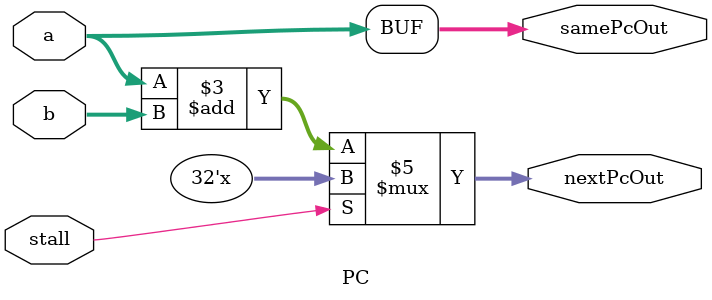
<source format=v>
module PC (
    a,
    b,
    samePcOut,
    nextPcOut,
    stall
);
  input stall;
  input [31:0] a, b;
  output reg [31:0] samePcOut, nextPcOut;

  // initial begin
  // samePcOut=32'h20;
  // nextPcOut=32'h20;s
  // end

  // assign samePcOut = a;
  always @(*) begin
    samePcOut = a;
    if (!stall) nextPcOut = a + b;
    else samePcOut = a;

  end
endmodule

</source>
